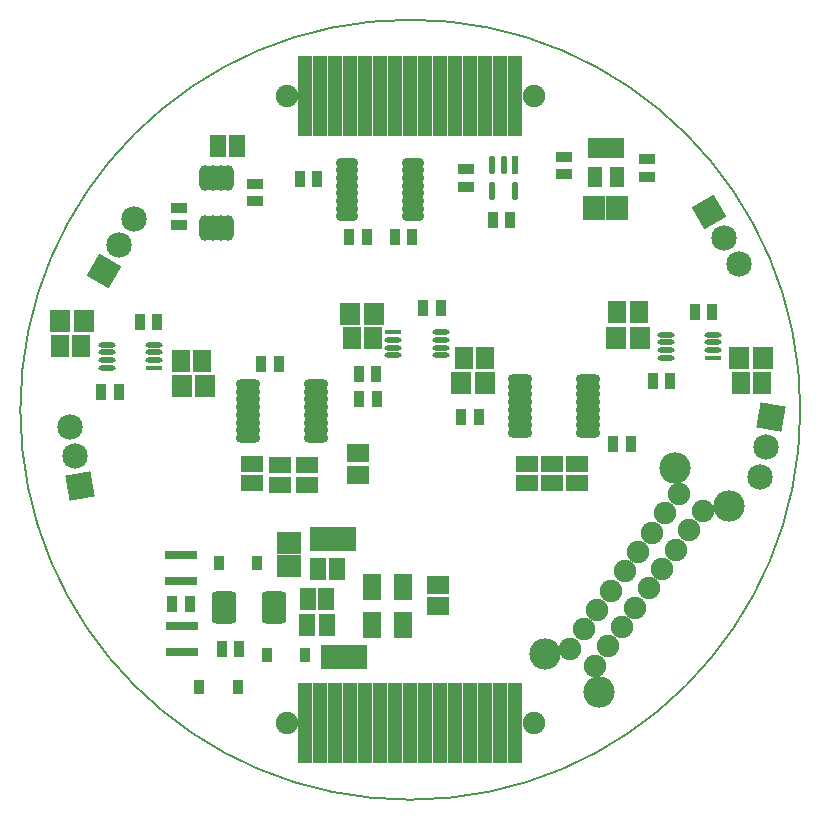
<source format=gts>
G04*
G04 #@! TF.GenerationSoftware,Altium Limited,Altium Designer,22.3.1 (43)*
G04*
G04 Layer_Color=8388736*
%FSLAX25Y25*%
%MOIN*%
G70*
G04*
G04 #@! TF.SameCoordinates,26406105-7067-4880-9C5C-2A59F93044AC*
G04*
G04*
G04 #@! TF.FilePolarity,Negative*
G04*
G01*
G75*
%ADD14C,0.00500*%
%ADD16R,0.03740X0.05315*%
%ADD17O,0.08102X0.03378*%
%ADD18R,0.05937X0.07315*%
%ADD19R,0.06724X0.07709*%
%ADD20R,0.07315X0.05347*%
%ADD21R,0.05725X0.01716*%
G04:AMPARAMS|DCode=22|XSize=57.25mil|YSize=17.16mil|CornerRadius=8.58mil|HoleSize=0mil|Usage=FLASHONLY|Rotation=0.000|XOffset=0mil|YOffset=0mil|HoleType=Round|Shape=RoundedRectangle|*
%AMROUNDEDRECTD22*
21,1,0.05725,0.00000,0,0,0.0*
21,1,0.04009,0.01716,0,0,0.0*
1,1,0.01716,0.02005,0.00000*
1,1,0.01716,-0.02005,0.00000*
1,1,0.01716,-0.02005,0.00000*
1,1,0.01716,0.02005,0.00000*
%
%ADD22ROUNDEDRECTD22*%
%ADD23R,0.07315X0.05937*%
%ADD24R,0.06331X0.08693*%
%ADD25R,0.07906X0.08102*%
%ADD26R,0.10630X0.03150*%
%ADD27R,0.03600X0.04800*%
%ADD28R,0.04913X0.13496*%
%ADD29O,0.08299X0.03181*%
%ADD30R,0.08102X0.08102*%
%ADD31R,0.07315X0.08102*%
%ADD32R,0.05315X0.03740*%
%ADD33R,0.04756X0.07118*%
%ADD34R,0.02253X0.06120*%
G04:AMPARAMS|DCode=35|XSize=61.2mil|YSize=22.53mil|CornerRadius=11.26mil|HoleSize=0mil|Usage=FLASHONLY|Rotation=270.000|XOffset=0mil|YOffset=0mil|HoleType=Round|Shape=RoundedRectangle|*
%AMROUNDEDRECTD35*
21,1,0.06120,0.00000,0,0,270.0*
21,1,0.03867,0.02253,0,0,270.0*
1,1,0.02253,0.00000,-0.01934*
1,1,0.02253,0.00000,0.01934*
1,1,0.02253,0.00000,0.01934*
1,1,0.02253,0.00000,-0.01934*
%
%ADD35ROUNDEDRECTD35*%
%ADD36O,0.07512X0.03378*%
%ADD37R,0.05347X0.07315*%
%ADD38O,0.03772X0.08693*%
%ADD39R,0.05740X0.07315*%
%ADD40R,0.08102X0.07315*%
%ADD41C,0.00000*%
%ADD42C,0.07512*%
%ADD43P,0.12015X4X165.0*%
%ADD44C,0.08496*%
%ADD45P,0.12015X4X285.0*%
%ADD46P,0.12015X4X325.0*%
%ADD47P,0.12015X4X125.0*%
%ADD48C,0.10465*%
D14*
X876400Y442700D02*
G03*
X876400Y442700I-130000J0D01*
G01*
D16*
X696653Y457985D02*
D03*
X702559D02*
D03*
X763322Y440295D02*
D03*
X769227D02*
D03*
X833123Y452204D02*
D03*
X827217Y452204D02*
D03*
X819967Y431240D02*
D03*
X814062D02*
D03*
X729292Y446102D02*
D03*
X735197D02*
D03*
X672988Y378012D02*
D03*
X667082D02*
D03*
X683517Y362877D02*
D03*
X689423D02*
D03*
X662066Y471918D02*
D03*
X656160Y471918D02*
D03*
X643368Y448661D02*
D03*
X649273Y448661D02*
D03*
X779708Y505961D02*
D03*
X773802D02*
D03*
X747055Y500430D02*
D03*
X741150D02*
D03*
X726103D02*
D03*
X732009D02*
D03*
X715462Y519732D02*
D03*
X709556D02*
D03*
X729220Y454639D02*
D03*
X735125D02*
D03*
X841227Y475240D02*
D03*
X847133D02*
D03*
X756507Y476652D02*
D03*
X750602D02*
D03*
D17*
X805695Y434980D02*
D03*
Y437539D02*
D03*
Y440098D02*
D03*
Y442657D02*
D03*
X805695Y445216D02*
D03*
X805695Y447775D02*
D03*
X805695Y450334D02*
D03*
X805695Y452893D02*
D03*
X783057Y434980D02*
D03*
Y437539D02*
D03*
Y440098D02*
D03*
Y442657D02*
D03*
X783057Y445216D02*
D03*
X783057Y447775D02*
D03*
X783057Y450334D02*
D03*
X783057Y452893D02*
D03*
X714926Y433307D02*
D03*
Y435865D02*
D03*
Y438425D02*
D03*
Y440984D02*
D03*
Y443543D02*
D03*
Y446102D02*
D03*
Y448661D02*
D03*
Y451220D02*
D03*
X692288Y433307D02*
D03*
Y435865D02*
D03*
Y438425D02*
D03*
Y440984D02*
D03*
Y443543D02*
D03*
Y446102D02*
D03*
Y448661D02*
D03*
Y451220D02*
D03*
D18*
X863588Y451489D02*
D03*
X856501D02*
D03*
X815439Y475240D02*
D03*
X822526D02*
D03*
X771393Y459954D02*
D03*
X764306D02*
D03*
X726832Y466670D02*
D03*
X733919D02*
D03*
X669851Y458826D02*
D03*
X676938D02*
D03*
X629528Y463962D02*
D03*
X636615D02*
D03*
D19*
X815031Y466670D02*
D03*
X822905D02*
D03*
X863942Y460063D02*
D03*
X856068D02*
D03*
X771196Y451489D02*
D03*
X763322D02*
D03*
X726438Y474684D02*
D03*
X734312D02*
D03*
X670172Y450629D02*
D03*
X678046D02*
D03*
X629725Y472409D02*
D03*
X637599D02*
D03*
D20*
X801846Y418155D02*
D03*
Y424651D02*
D03*
X793614Y418155D02*
D03*
Y424651D02*
D03*
X785300Y418155D02*
D03*
Y424651D02*
D03*
X711809Y417719D02*
D03*
Y424215D02*
D03*
X703005Y424215D02*
D03*
Y417719D02*
D03*
X693700Y424609D02*
D03*
Y418113D02*
D03*
D21*
X740731Y468540D02*
D03*
X660991Y456662D02*
D03*
X847317Y460017D02*
D03*
D22*
X740731Y465981D02*
D03*
Y463422D02*
D03*
Y460863D02*
D03*
X756482Y460863D02*
D03*
Y463422D02*
D03*
Y465981D02*
D03*
Y468540D02*
D03*
X660991Y459221D02*
D03*
Y461780D02*
D03*
Y464339D02*
D03*
X645240D02*
D03*
Y461780D02*
D03*
Y459221D02*
D03*
Y456662D02*
D03*
X847317Y462577D02*
D03*
Y465136D02*
D03*
Y467695D02*
D03*
X831565Y467695D02*
D03*
Y465136D02*
D03*
Y462577D02*
D03*
Y460017D02*
D03*
D23*
X728856Y421066D02*
D03*
Y428152D02*
D03*
X755523Y377237D02*
D03*
Y384324D02*
D03*
D24*
X743984Y371100D02*
D03*
X733747D02*
D03*
Y383667D02*
D03*
X743984D02*
D03*
D25*
X727815Y360167D02*
D03*
X720729D02*
D03*
D26*
X669807Y385569D02*
D03*
Y394231D02*
D03*
X670172Y370528D02*
D03*
Y361866D02*
D03*
D27*
X676030Y350200D02*
D03*
X688930D02*
D03*
X698524Y360908D02*
D03*
X711424D02*
D03*
X695380Y391568D02*
D03*
X682480D02*
D03*
D28*
X711400Y331448D02*
D03*
Y344952D02*
D03*
X716400Y331448D02*
D03*
Y344952D02*
D03*
X721400Y331448D02*
D03*
Y344952D02*
D03*
X726400Y331448D02*
D03*
Y344952D02*
D03*
X731400Y331448D02*
D03*
X731400Y344952D02*
D03*
X736400Y331448D02*
D03*
Y344952D02*
D03*
X741400Y331448D02*
D03*
X741400Y344952D02*
D03*
X746400Y331448D02*
D03*
Y344952D02*
D03*
X751400Y331448D02*
D03*
Y344952D02*
D03*
X756400Y331448D02*
D03*
X756400Y344952D02*
D03*
X761400Y331448D02*
D03*
Y344952D02*
D03*
X766400Y331448D02*
D03*
X766400Y344952D02*
D03*
X771400Y331448D02*
D03*
Y344952D02*
D03*
X776400Y331448D02*
D03*
Y344952D02*
D03*
X781400Y331448D02*
D03*
Y344952D02*
D03*
X711400Y540448D02*
D03*
Y553952D02*
D03*
X716400Y540448D02*
D03*
Y553952D02*
D03*
X721400Y540448D02*
D03*
X721400Y553952D02*
D03*
X726400Y540448D02*
D03*
Y553952D02*
D03*
X731400Y540448D02*
D03*
Y553952D02*
D03*
X736400Y540448D02*
D03*
Y553952D02*
D03*
X741400Y540448D02*
D03*
Y553952D02*
D03*
X746400Y540448D02*
D03*
Y553952D02*
D03*
X751400Y540448D02*
D03*
X751400Y553952D02*
D03*
X756400Y540448D02*
D03*
Y553952D02*
D03*
X761400Y540448D02*
D03*
Y553952D02*
D03*
X766400Y540448D02*
D03*
Y553952D02*
D03*
X771400Y540448D02*
D03*
Y553952D02*
D03*
X776400Y540448D02*
D03*
Y553952D02*
D03*
X781400Y540448D02*
D03*
Y553952D02*
D03*
D29*
X700938Y372840D02*
D03*
Y374809D02*
D03*
X700938Y376777D02*
D03*
Y378746D02*
D03*
X700938Y380714D02*
D03*
X684206Y372840D02*
D03*
Y374809D02*
D03*
X684206Y376777D02*
D03*
Y378746D02*
D03*
X684206Y380714D02*
D03*
D30*
X724272Y399700D02*
D03*
X716989D02*
D03*
D31*
X807704Y509800D02*
D03*
X815382D02*
D03*
D32*
X825214Y520410D02*
D03*
Y526315D02*
D03*
X797493Y527015D02*
D03*
Y521110D02*
D03*
X764943Y522982D02*
D03*
Y517077D02*
D03*
X694740Y518060D02*
D03*
Y512154D02*
D03*
X669260Y504190D02*
D03*
Y510096D02*
D03*
D33*
X815382Y520322D02*
D03*
X807901D02*
D03*
X807901Y529771D02*
D03*
X811641D02*
D03*
X815382D02*
D03*
D34*
X781237Y524362D02*
D03*
D35*
X777496D02*
D03*
X773756D02*
D03*
Y515698D02*
D03*
X781237D02*
D03*
D36*
X747326Y507143D02*
D03*
Y509702D02*
D03*
Y512261D02*
D03*
Y514820D02*
D03*
Y517379D02*
D03*
Y519938D02*
D03*
Y522497D02*
D03*
Y525056D02*
D03*
X725279Y507143D02*
D03*
Y509702D02*
D03*
Y512261D02*
D03*
Y514820D02*
D03*
Y517379D02*
D03*
Y519938D02*
D03*
Y522497D02*
D03*
Y525056D02*
D03*
D37*
X688676Y530595D02*
D03*
X682180D02*
D03*
X718564Y371100D02*
D03*
X712068D02*
D03*
D38*
X685723Y519873D02*
D03*
X683164D02*
D03*
X680605D02*
D03*
X678046D02*
D03*
X685723Y503337D02*
D03*
X683164Y503337D02*
D03*
X680605Y503337D02*
D03*
X678046D02*
D03*
D39*
X712264Y379730D02*
D03*
X718367D02*
D03*
X721812Y389600D02*
D03*
X715709D02*
D03*
D40*
X705860Y390600D02*
D03*
Y398277D02*
D03*
D41*
X708105Y338200D02*
G03*
X708105Y338200I-2957J0D01*
G01*
X790609Y338200D02*
G03*
X790609Y338200I-2957J0D01*
G01*
X708105Y547200D02*
G03*
X708105Y547200I-2957J0D01*
G01*
X790609Y547200D02*
G03*
X790609Y547200I-2957J0D01*
G01*
D42*
X705148Y338200D02*
D03*
X787652Y338200D02*
D03*
X843962Y408950D02*
D03*
X839445Y402500D02*
D03*
X834929Y396050D02*
D03*
X830413Y389600D02*
D03*
X825896Y383150D02*
D03*
X821380Y376700D02*
D03*
X816864Y370250D02*
D03*
X812347Y363800D02*
D03*
X807831Y357350D02*
D03*
X835899Y414596D02*
D03*
X831383Y408146D02*
D03*
X826867Y401696D02*
D03*
X822350Y395246D02*
D03*
X817834Y388795D02*
D03*
X813318Y382346D02*
D03*
X808801Y375896D02*
D03*
X804285Y369445D02*
D03*
X799769Y362996D02*
D03*
X705148Y547200D02*
D03*
X787652Y547200D02*
D03*
D43*
X845912Y508468D02*
D03*
D44*
X850912Y499808D02*
D03*
X855912Y491148D02*
D03*
X649273Y497576D02*
D03*
X654273Y506236D02*
D03*
X634703Y427192D02*
D03*
X632967Y437040D02*
D03*
X863133Y420431D02*
D03*
X864870Y430279D02*
D03*
D45*
X644273Y488916D02*
D03*
D46*
X636440Y417344D02*
D03*
D47*
X866606Y440127D02*
D03*
D48*
X852574Y410610D02*
D03*
X834514Y423256D02*
D03*
X791157Y361336D02*
D03*
X809217Y348690D02*
D03*
M02*

</source>
